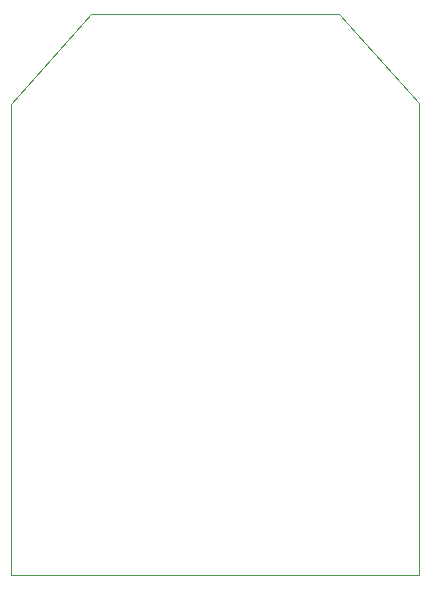
<source format=gbr>
%TF.GenerationSoftware,KiCad,Pcbnew,(6.0.7-1)-1*%
%TF.CreationDate,2022-08-05T12:38:32-05:00*%
%TF.ProjectId,Adafruit NeoPixel 8 Stick,41646166-7275-4697-9420-4e656f506978,rev?*%
%TF.SameCoordinates,Original*%
%TF.FileFunction,Profile,NP*%
%FSLAX46Y46*%
G04 Gerber Fmt 4.6, Leading zero omitted, Abs format (unit mm)*
G04 Created by KiCad (PCBNEW (6.0.7-1)-1) date 2022-08-05 12:38:32*
%MOMM*%
%LPD*%
G01*
G04 APERTURE LIST*
%TA.AperFunction,Profile*%
%ADD10C,0.050000*%
%TD*%
G04 APERTURE END LIST*
D10*
X129200000Y-89916000D02*
X150200000Y-89916001D01*
X122428000Y-97536000D02*
X122428000Y-137414000D01*
X150200000Y-89916001D02*
X156972000Y-97450000D01*
X122428000Y-137414000D02*
X156972000Y-137414000D01*
X156972000Y-97450000D02*
X156972000Y-137414000D01*
X122428000Y-97536000D02*
X129200000Y-89916000D01*
M02*

</source>
